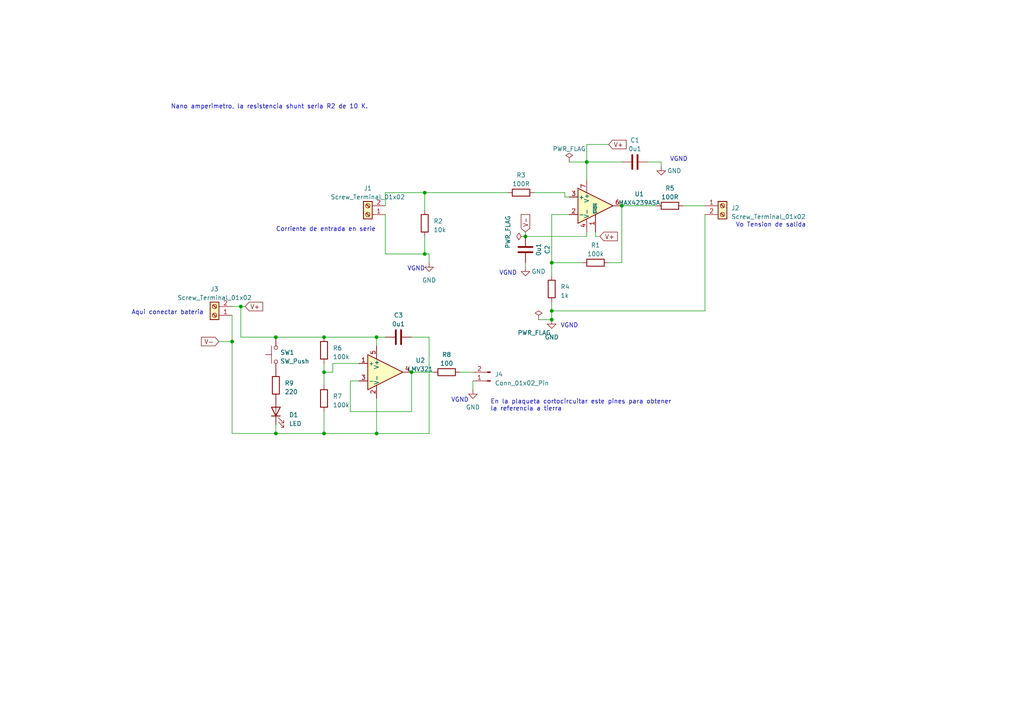
<source format=kicad_sch>
(kicad_sch (version 20230121) (generator eeschema)
  (paper "A4")
  (lib_symbols
    (symbol "Amplifier_Operational:LMV321" (pin_names (offset 0.127))
      (property "Reference" "U" (at 0 5.08 0))
      (property "Value" "LMV321" (at 0 -5.08 0))
      (symbol "LMV321_0_1"
        (polyline (pts (xy -5.08 5.08) (xy 5.08 0) (xy -5.08 -5.08) (xy -5.08 5.08)) (stroke (width 0.254)) (fill (type background)))
        (pin power_in line (at -2.54 -7.62 90) (length 3.81) (name "V-") (number "2"))
        (pin power_in line (at -2.54 7.62 270) (length 3.81) (name "V+") (number "5"))
      )
      (symbol "LMV321_1_1"
        (pin input line (at -7.62 2.54 0) (length 2.54) (name "+") (number "1"))
        (pin input line (at -7.62 -2.54 0) (length 2.54) (name "-") (number "3"))
        (pin output line (at 7.62 0 180) (length 2.54) (name "~") (number "4"))
      )
    )
    (symbol "Amplifier_Operational:MAX4239ASA" (pin_names (offset 0.127))
      (property "Reference" "U" (at 0 6.35 0))
      (property "Value" "MAX4239ASA" (at 0 3.81 0))
      (symbol "MAX4239ASA_0_1"
        (polyline (pts (xy -5.08 5.08) (xy 5.08 0) (xy -5.08 -5.08) (xy -5.08 5.08)) (stroke (width 0.254)) (fill (type background)))
      )
      (symbol "MAX4239ASA_1_1"
        (pin input line (at 0 -7.62 90) (length 5.08) (name "~{SHDN}") (number "1"))
        (pin input line (at -7.62 -2.54 0) (length 2.54) (name "-") (number "2"))
        (pin input line (at -7.62 2.54 0) (length 2.54) (name "+") (number "3"))
        (pin power_in line (at -2.54 -7.62 90) (length 3.81) (name "V-") (number "4"))
        (pin no_connect line (at 0 -2.54 90) (length 2.54) hide (name "NC") (number "5"))
        (pin output line (at 7.62 0 180) (length 2.54) (name "~") (number "6"))
        (pin power_in line (at -2.54 7.62 270) (length 3.81) (name "V+") (number "7"))
        (pin no_connect line (at 0 2.54 270) (length 2.54) hide (name "NC") (number "8"))
      )
    )
    (symbol "Connector:Conn_01x02_Pin" (pin_names (offset 1.016) hide)
      (property "Reference" "J" (at 0 2.54 0))
      (property "Value" "Conn_01x02_Pin" (at 0 -5.08 0))
      (symbol "Conn_01x02_Pin_1_1"
        (polyline (pts (xy 1.27 -2.54) (xy 0.8636 -2.54)) (stroke (width 0.1524)))
        (polyline (pts (xy 1.27 0) (xy 0.8636 0)) (stroke (width 0.1524)))
        (rectangle (start 0.8636 -2.413) (end 0 -2.667) (stroke (width 0.1524)) (fill (type outline)))
        (rectangle (start 0.8636 0.127) (end 0 -0.127) (stroke (width 0.1524)) (fill (type outline)))
        (pin passive line (at 5.08 0 180) (length 3.81) (name "Pin_1") (number "1"))
        (pin passive line (at 5.08 -2.54 180) (length 3.81) (name "Pin_2") (number "2"))
      )
    )
    (symbol "Connector:Screw_Terminal_01x02" (pin_names (offset 1.016) hide)
      (property "Reference" "J" (at 0 2.54 0))
      (property "Value" "Screw_Terminal_01x02" (at 0 -5.08 0))
      (symbol "Screw_Terminal_01x02_1_1"
        (rectangle (start -1.27 1.27) (end 1.27 -3.81) (stroke (width 0.254)) (fill (type background)))
        (circle (center 0 -2.54) (radius 0.635) (stroke (width 0.1524)))
        (polyline (pts (xy -0.5334 -2.2098) (xy 0.3302 -3.048)) (stroke (width 0.1524)))
        (polyline (pts (xy -0.5334 0.3302) (xy 0.3302 -0.508)) (stroke (width 0.1524)))
        (polyline (pts (xy -0.3556 -2.032) (xy 0.508 -2.8702)) (stroke (width 0.1524)))
        (polyline (pts (xy -0.3556 0.508) (xy 0.508 -0.3302)) (stroke (width 0.1524)))
        (circle (center 0 0) (radius 0.635) (stroke (width 0.1524)))
        (pin passive line (at -5.08 0 0) (length 3.81) (name "Pin_1") (number "1"))
        (pin passive line (at -5.08 -2.54 0) (length 3.81) (name "Pin_2") (number "2"))
      )
    )
    (symbol "Device:C" (pin_numbers hide) (pin_names (offset 0.254))
      (property "Reference" "C" (at 0.635 2.54 0))
      (property "Value" "C" (at 0.635 -2.54 0))
      (symbol "C_0_1"
        (polyline (pts (xy -2.032 -0.762) (xy 2.032 -0.762)) (stroke (width 0.508)))
        (polyline (pts (xy -2.032 0.762) (xy 2.032 0.762)) (stroke (width 0.508)))
      )
      (symbol "C_1_1"
        (pin passive line (at 0 3.81 270) (length 2.794) (name "~") (number "1"))
        (pin passive line (at 0 -3.81 90) (length 2.794) (name "~") (number "2"))
      )
    )
    (symbol "Device:LED" (pin_numbers hide) (pin_names (offset 1.016) hide)
      (property "Reference" "D" (at 0 2.54 0))
      (property "Value" "LED" (at 0 -2.54 0))
      (symbol "LED_0_1"
        (polyline (pts (xy -1.27 -1.27) (xy -1.27 1.27)) (stroke (width 0.254)))
        (polyline (pts (xy -1.27 0) (xy 1.27 0)))
        (polyline (pts (xy 1.27 -1.27) (xy 1.27 1.27) (xy -1.27 0) (xy 1.27 -1.27)) (stroke (width 0.254)))
        (polyline (pts (xy -3.048 -0.762) (xy -4.572 -2.286) (xy -3.81 -2.286) (xy -4.572 -2.286) (xy -4.572 -1.524)))
        (polyline (pts (xy -1.778 -0.762) (xy -3.302 -2.286) (xy -2.54 -2.286) (xy -3.302 -2.286) (xy -3.302 -1.524)))
      )
      (symbol "LED_1_1"
        (pin passive line (at -3.81 0 0) (length 2.54) (name "K") (number "1"))
        (pin passive line (at 3.81 0 180) (length 2.54) (name "A") (number "2"))
      )
    )
    (symbol "Device:R" (pin_numbers hide) (pin_names (offset 0))
      (property "Reference" "R" (at 2.032 0 90))
      (property "Value" "R" (at 0 0 90))
      (symbol "R_0_1"
        (rectangle (start -1.016 -2.54) (end 1.016 2.54) (stroke (width 0.254)))
      )
      (symbol "R_1_1"
        (pin passive line (at 0 3.81 270) (length 1.27) (name "~") (number "1"))
        (pin passive line (at 0 -3.81 90) (length 1.27) (name "~") (number "2"))
      )
    )
    (symbol "Switch:SW_Push" (pin_numbers hide) (pin_names (offset 1.016) hide)
      (property "Reference" "SW" (at 1.27 2.54 0))
      (property "Value" "SW_Push" (at 0 -1.524 0))
      (symbol "SW_Push_0_1"
        (circle (center -2.032 0) (radius 0.508))
        (polyline (pts (xy 0 1.27) (xy 0 3.048)))
        (polyline (pts (xy 2.54 1.27) (xy -2.54 1.27)))
        (circle (center 2.032 0) (radius 0.508))
        (pin passive line (at -5.08 0 0) (length 2.54) (name "1") (number "1"))
        (pin passive line (at 5.08 0 180) (length 2.54) (name "2") (number "2"))
      )
    )
    (symbol "power:GND" (power) (pin_names (offset 0))
      (property "Value" "GND" (at 0 -3.81 0))
      (symbol "GND_0_1"
        (polyline (pts (xy 0 0) (xy 0 -1.27) (xy 1.27 -1.27) (xy 0 -2.54) (xy -1.27 -1.27) (xy 0 -1.27)))
      )
      (symbol "GND_1_1"
        (pin power_in line (at 0 0 270) (length 0) hide (name "GND") (number "1"))
      )
    )
    (symbol "power:PWR_FLAG" (power) (pin_numbers hide) (pin_names (offset 0) hide)
      (property "Value" "PWR_FLAG" (at 0 3.81 0))
      (symbol "PWR_FLAG_0_0"
        (pin power_out line (at 0 0 90) (length 0) (name "pwr") (number "1"))
      )
      (symbol "PWR_FLAG_0_1"
        (polyline (pts (xy 0 0) (xy 0 1.27) (xy -1.016 1.905) (xy 0 2.54) (xy 1.016 1.905) (xy 0 1.27)))
      )
    )
  )
  (junction (at 152.4 68.58))
  (junction (at 109.22 97.79))
  (junction (at 180.34 59.69))
  (junction (at 93.98 125.73))
  (junction (at 123.19 73.66))
  (junction (at 80.01 125.73))
  (junction (at 69.85 88.9))
  (junction (at 67.31 99.06))
  (junction (at 93.98 107.95))
  (junction (at 119.38 107.95))
  (junction (at 109.22 125.73))
  (junction (at 160.02 92.71))
  (junction (at 160.02 76.2))
  (junction (at 93.98 97.79))
  (junction (at 123.19 55.88))
  (junction (at 80.01 97.79))
  (junction (at 160.02 90.17))
  (junction (at 170.18 46.99))
  (wire (pts (xy 156.21 92.71) (xy 160.02 92.71)))
  (wire (pts (xy 119.38 107.95) (xy 125.73 107.95)))
  (wire (pts (xy 163.83 55.88) (xy 163.83 57.15)))
  (wire (pts (xy 160.02 87.63) (xy 160.02 90.17)))
  (wire (pts (xy 160.02 90.17) (xy 204.47 90.17)))
  (wire (pts (xy 204.47 62.23) (xy 204.47 90.17)))
  (wire (pts (xy 170.18 41.91) (xy 170.18 46.99)))
  (wire (pts (xy 172.72 68.58) (xy 173.99 68.58)))
  (wire (pts (xy 67.31 125.73) (xy 80.01 125.73)))
  (wire (pts (xy 111.76 59.69) (xy 111.76 55.88)))
  (wire (pts (xy 93.98 105.41) (xy 93.98 107.95)))
  (wire (pts (xy 67.31 88.9) (xy 69.85 88.9)))
  (wire (pts (xy 123.19 55.88) (xy 147.32 55.88)))
  (wire (pts (xy 93.98 97.79) (xy 109.22 97.79)))
  (wire (pts (xy 124.46 73.66) (xy 124.46 76.2)))
  (wire (pts (xy 93.98 125.73) (xy 109.22 125.73)))
  (wire (pts (xy 109.22 97.79) (xy 111.76 97.79)))
  (wire (pts (xy 111.76 73.66) (xy 123.19 73.66)))
  (wire (pts (xy 69.85 97.79) (xy 80.01 97.79)))
  (wire (pts (xy 67.31 99.06) (xy 67.31 125.73)))
  (wire (pts (xy 160.02 76.2) (xy 168.91 76.2)))
  (wire (pts (xy 119.38 107.95) (xy 119.38 119.38)))
  (wire (pts (xy 67.31 91.44) (xy 67.31 99.06)))
  (wire (pts (xy 180.34 59.69) (xy 190.5 59.69)))
  (wire (pts (xy 109.22 125.73) (xy 109.22 115.57)))
  (wire (pts (xy 109.22 125.73) (xy 124.46 125.73)))
  (wire (pts (xy 80.01 125.73) (xy 93.98 125.73)))
  (wire (pts (xy 96.52 107.95) (xy 96.52 105.41)))
  (wire (pts (xy 80.01 123.19) (xy 80.01 125.73)))
  (wire (pts (xy 152.4 67.31) (xy 152.4 68.58)))
  (wire (pts (xy 176.53 76.2) (xy 180.34 76.2)))
  (wire (pts (xy 191.77 46.99) (xy 191.77 48.26)))
  (wire (pts (xy 111.76 55.88) (xy 123.19 55.88)))
  (wire (pts (xy 123.19 73.66) (xy 124.46 73.66)))
  (wire (pts (xy 111.76 62.23) (xy 111.76 73.66)))
  (wire (pts (xy 160.02 62.23) (xy 165.1 62.23)))
  (wire (pts (xy 123.19 68.58) (xy 123.19 73.66)))
  (wire (pts (xy 123.19 60.96) (xy 123.19 55.88)))
  (wire (pts (xy 137.16 110.49) (xy 137.16 113.03)))
  (wire (pts (xy 160.02 90.17) (xy 160.02 92.71)))
  (wire (pts (xy 93.98 107.95) (xy 96.52 107.95)))
  (wire (pts (xy 160.02 76.2) (xy 160.02 62.23)))
  (wire (pts (xy 96.52 105.41) (xy 104.14 105.41)))
  (wire (pts (xy 176.53 41.91) (xy 170.18 41.91)))
  (wire (pts (xy 170.18 46.99) (xy 180.34 46.99)))
  (wire (pts (xy 63.5 99.06) (xy 67.31 99.06)))
  (wire (pts (xy 109.22 97.79) (xy 109.22 100.33)))
  (wire (pts (xy 198.12 59.69) (xy 204.47 59.69)))
  (wire (pts (xy 124.46 97.79) (xy 124.46 125.73)))
  (wire (pts (xy 133.35 107.95) (xy 137.16 107.95)))
  (wire (pts (xy 172.72 67.31) (xy 172.72 68.58)))
  (wire (pts (xy 180.34 59.69) (xy 180.34 76.2)))
  (wire (pts (xy 152.4 68.58) (xy 170.18 68.58)))
  (wire (pts (xy 69.85 88.9) (xy 69.85 97.79)))
  (wire (pts (xy 165.1 46.99) (xy 170.18 46.99)))
  (wire (pts (xy 93.98 119.38) (xy 93.98 125.73)))
  (wire (pts (xy 119.38 97.79) (xy 124.46 97.79)))
  (wire (pts (xy 93.98 107.95) (xy 93.98 111.76)))
  (wire (pts (xy 80.01 97.79) (xy 93.98 97.79)))
  (wire (pts (xy 170.18 67.31) (xy 170.18 68.58)))
  (wire (pts (xy 154.94 55.88) (xy 163.83 55.88)))
  (wire (pts (xy 69.85 88.9) (xy 71.12 88.9)))
  (wire (pts (xy 101.6 110.49) (xy 104.14 110.49)))
  (wire (pts (xy 187.96 46.99) (xy 191.77 46.99)))
  (wire (pts (xy 160.02 76.2) (xy 160.02 80.01)))
  (wire (pts (xy 119.38 119.38) (xy 101.6 119.38)))
  (wire (pts (xy 163.83 57.15) (xy 165.1 57.15)))
  (wire (pts (xy 101.6 119.38) (xy 101.6 110.49)))
  (wire (pts (xy 170.18 46.99) (xy 170.18 52.07)))
  (wire (pts (xy 152.4 76.2) (xy 152.4 77.47)))
  (text "VGND" (at 162.56 95.25 0) (effects (font (size 1.27 1.27)) (justify left bottom)))
  (text "VGND" (at 130.81 116.84 0) (effects (font (size 1.27 1.27)) (justify left bottom)))
  (text "Nano amperimetro, la resistencia shunt seria R2 de 10 K.\n" (at 49.53 31.75 0) (effects (font (size 1.27 1.27)) (justify left bottom)))
  (text "VGND" (at 144.78 80.01 0) (effects (font (size 1.27 1.27)) (justify left bottom)))
  (text "VGND" (at 194.31 46.99 0) (effects (font (size 1.27 1.27)) (justify left bottom)))
  (text "Vo Tension de salida \n" (at 213.36 66.04 0) (effects (font (size 1.27 1.27)) (justify left bottom)))
  (text "Corriente de entrada en serie\n" (at 80.01 67.31 0) (effects (font (size 1.27 1.27)) (justify left bottom)))
  (text "Aqui conectar bateria \n" (at 38.1 91.44 0) (effects (font (size 1.27 1.27)) (justify left bottom)))
  (text "VGND" (at 118.11 78.74 0) (effects (font (size 1.27 1.27)) (justify left bottom)))
  (text "En la plaqueta cortocircuitar este pines para obtener \nla referencia a tierra \n" (at 142.24 119.38 0) (effects (font (size 1.27 1.27)) (justify left bottom)))
  (global_label "V-" (shape input) (at 152.4 67.31 90) (property "Intersheetrefs" "${INTERSHEET_REFS}" (effects hide)))
  (global_label "V+" (shape input) (at 71.12 88.9 0) (property "Intersheetrefs" "${INTERSHEET_REFS}" (effects hide)))
  (global_label "V+" (shape input) (at 176.53 41.91 0) (property "Intersheetrefs" "${INTERSHEET_REFS}" (effects hide)))
  (global_label "V-" (shape input) (at 63.5 99.06 180) (property "Intersheetrefs" "${INTERSHEET_REFS}" (effects hide)))
  (global_label "V+" (shape input) (at 173.99 68.58 0) (property "Intersheetrefs" "${INTERSHEET_REFS}" (effects hide)))
  (symbol (lib_id "Device:R") (at 123.19 64.77 0) (unit 1)
    (property "Reference" "R2" (at 125.73 64.135 0) (effects (justify left)))
    (property "Value" "10k" (at 125.73 66.675 0) (effects (justify left)))
    (property "Footprint" "Resistor_THT:R_Axial_DIN0204_L3.6mm_D1.6mm_P7.62mm_Horizontal" (effects hide))
  )
  (symbol (lib_id "Amplifier_Operational:LMV321") (at 111.76 107.95 0) (unit 1)
    (property "Reference" "U2" (at 121.92 104.5211 0))
    (property "Value" "LMV321" (at 121.92 107.0611 0))
    (property "Footprint" "Package_DIP:DIP-8_W7.62mm_Socket" (effects hide))
    (property "Datasheet" "http://www.ti.com/lit/ds/symlink/lmv324.pdf" (effects hide))
  )
  (symbol (lib_id "Device:R") (at 93.98 101.6 0) (unit 1)
    (property "Reference" "R6" (at 96.52 100.965 0) (effects (justify left)))
    (property "Value" "100k" (at 96.52 103.505 0) (effects (justify left)))
    (property "Footprint" "Resistor_THT:R_Axial_DIN0204_L3.6mm_D1.6mm_P2.54mm_Vertical" (effects hide))
  )
  (symbol (lib_id "Device:R") (at 80.01 111.76 0) (unit 1)
    (property "Reference" "R9" (at 82.55 111.125 0) (effects (justify left)))
    (property "Value" "220" (at 82.55 113.665 0) (effects (justify left)))
    (property "Footprint" "Resistor_THT:R_Axial_DIN0204_L3.6mm_D1.6mm_P2.54mm_Vertical" (effects hide))
  )
  (symbol (lib_id "Device:C") (at 115.57 97.79 90) (unit 1)
    (property "Reference" "C3" (at 115.57 91.44 90))
    (property "Value" "0u1" (at 115.57 93.98 90))
    (property "Footprint" "Capacitor_THT:C_Disc_D5.0mm_W2.5mm_P2.50mm" (effects hide))
  )
  (symbol (lib_id "Device:R") (at 160.02 83.82 0) (unit 1)
    (property "Reference" "R4" (at 162.56 83.185 0) (effects (justify left)))
    (property "Value" "1k" (at 162.56 85.725 0) (effects (justify left)))
    (property "Footprint" "Resistor_THT:R_Axial_DIN0204_L3.6mm_D1.6mm_P7.62mm_Horizontal" (effects hide))
  )
  (symbol (lib_id "Device:R") (at 93.98 115.57 0) (unit 1)
    (property "Reference" "R7" (at 96.52 114.935 0) (effects (justify left)))
    (property "Value" "100k" (at 96.52 117.475 0) (effects (justify left)))
    (property "Footprint" "Resistor_THT:R_Axial_DIN0204_L3.6mm_D1.6mm_P2.54mm_Vertical" (effects hide))
  )
  (symbol (lib_id "Amplifier_Operational:MAX4239ASA") (at 172.72 59.69 0) (unit 1)
    (property "Reference" "U1" (at 185.42 56.2611 0))
    (property "Value" "MAX4239ASA" (at 185.42 58.8011 0))
    (property "Footprint" "Package_DIP:DIP-8_W7.62mm_Socket" (effects hide))
    (property "Datasheet" "http://datasheets.maximintegrated.com/en/ds/MAX4238-MAX4239.pdf" (effects hide))
  )
  (symbol (lib_id "Connector:Screw_Terminal_01x02") (at 106.68 62.23 180) (unit 1)
    (property "Reference" "J1" (at 106.68 54.61 0))
    (property "Value" "Screw_Terminal_01x02" (at 106.68 57.15 0))
    (property "Footprint" "TerminalBlock_Philmore:TerminalBlock_Philmore_TB132_1x02_P5.00mm_Horizontal" (effects hide))
  )
  (symbol (lib_id "Device:R") (at 129.54 107.95 90) (unit 1)
    (property "Reference" "R8" (at 129.54 102.87 90))
    (property "Value" "100" (at 129.54 105.41 90))
    (property "Footprint" "Resistor_THT:R_Axial_DIN0204_L3.6mm_D1.6mm_P2.54mm_Vertical" (effects hide))
  )
  (symbol (lib_id "Connector:Conn_01x02_Pin") (at 142.24 110.49 180) (unit 1)
    (property "Reference" "J4" (at 143.51 108.585 0) (effects (justify right)))
    (property "Value" "Conn_01x02_Pin" (at 143.51 111.125 0) (effects (justify right)))
    (property "Footprint" "Connector_Wire:SolderWire-0.1sqmm_1x02_P3.6mm_D0.4mm_OD1mm" (effects hide))
  )
  (symbol (lib_id "Device:R") (at 172.72 76.2 270) (unit 1)
    (property "Reference" "R1" (at 172.72 71.12 90))
    (property "Value" "100k" (at 172.72 73.66 90))
    (property "Footprint" "Resistor_THT:R_Axial_DIN0204_L3.6mm_D1.6mm_P7.62mm_Horizontal" (effects hide))
  )
  (symbol (lib_id "power:GND") (at 191.77 48.26 0) (unit 1)
    (property "Reference" "#PWR04" (effects hide))
    (property "Value" "GND" (at 195.58 49.53 0))
  )
  (symbol (lib_id "Device:C") (at 152.4 72.39 0) (unit 1)
    (property "Reference" "C2" (at 158.75 72.39 90))
    (property "Value" "0u1" (at 156.21 72.39 90))
    (property "Footprint" "Capacitor_THT:C_Disc_D5.0mm_W2.5mm_P2.50mm" (effects hide))
  )
  (symbol (lib_id "power:GND") (at 137.16 113.03 0) (unit 1)
    (property "Reference" "#PWR03" (effects hide))
    (property "Value" "GND" (at 137.16 118.11 0))
  )
  (symbol (lib_id "power:PWR_FLAG") (at 152.4 68.58 90) (unit 1)
    (property "Reference" "#FLG02" (effects hide))
    (property "Value" "PWR_FLAG" (at 147.32 67.31 0))
  )
  (symbol (lib_id "Switch:SW_Push") (at 80.01 102.87 90) (unit 1)
    (property "Reference" "SW1" (at 81.28 102.235 90) (effects (justify right)))
    (property "Value" "SW_Push" (at 81.28 104.775 90) (effects (justify right)))
    (property "Footprint" "Button_Switch_THT:SW_PUSH_6mm_H9.5mm" (effects hide))
  )
  (symbol (lib_id "Connector:Screw_Terminal_01x02") (at 209.55 59.69 0) (unit 1)
    (property "Reference" "J2" (at 212.09 60.325 0) (effects (justify left)))
    (property "Value" "Screw_Terminal_01x02" (at 212.09 62.865 0) (effects (justify left)))
    (property "Footprint" "TerminalBlock_Philmore:TerminalBlock_Philmore_TB132_1x02_P5.00mm_Horizontal" (effects hide))
  )
  (symbol (lib_id "power:PWR_FLAG") (at 156.21 92.71 0) (unit 1)
    (property "Reference" "#FLG03" (effects hide))
    (property "Value" "PWR_FLAG" (at 154.94 96.52 0))
  )
  (symbol (lib_id "Connector:Screw_Terminal_01x02") (at 62.23 91.44 180) (unit 1)
    (property "Reference" "J3" (at 62.23 83.82 0))
    (property "Value" "Screw_Terminal_01x02" (at 62.23 86.36 0))
    (property "Footprint" "TerminalBlock_Philmore:TerminalBlock_Philmore_TB132_1x02_P5.00mm_Horizontal" (effects hide))
  )
  (symbol (lib_id "Device:R") (at 194.31 59.69 90) (unit 1)
    (property "Reference" "R5" (at 194.31 54.61 90))
    (property "Value" "100R" (at 194.31 57.15 90))
    (property "Footprint" "Resistor_THT:R_Axial_DIN0204_L3.6mm_D1.6mm_P2.54mm_Vertical" (effects hide))
  )
  (symbol (lib_id "power:GND") (at 124.46 76.2 0) (unit 1)
    (property "Reference" "#PWR01" (effects hide))
    (property "Value" "GND" (at 124.46 81.28 0))
  )
  (symbol (lib_id "Device:R") (at 151.13 55.88 90) (unit 1)
    (property "Reference" "R3" (at 151.13 50.8 90))
    (property "Value" "100R" (at 151.13 53.34 90))
    (property "Footprint" "Resistor_THT:R_Axial_DIN0204_L3.6mm_D1.6mm_P2.54mm_Vertical" (effects hide))
  )
  (symbol (lib_id "power:GND") (at 160.02 92.71 0) (unit 1)
    (property "Reference" "#PWR02" (effects hide))
    (property "Value" "GND" (at 160.02 97.79 0))
  )
  (symbol (lib_id "power:PWR_FLAG") (at 165.1 46.99 0) (unit 1)
    (property "Reference" "#FLG01" (effects hide))
    (property "Value" "PWR_FLAG" (at 165.1 43.18 0))
  )
  (symbol (lib_id "Device:LED") (at 80.01 119.38 90) (unit 1)
    (property "Reference" "D1" (at 83.82 120.3325 90) (effects (justify right)))
    (property "Value" "LED" (at 83.82 122.8725 90) (effects (justify right)))
    (property "Footprint" "LED_THT:LED_D3.0mm_Clear" (effects hide))
  )
  (symbol (lib_id "power:GND") (at 152.4 77.47 0) (unit 1)
    (property "Reference" "#PWR05" (effects hide))
    (property "Value" "GND" (at 156.21 78.74 0))
  )
  (symbol (lib_id "Device:C") (at 184.15 46.99 90) (unit 1)
    (property "Reference" "C1" (at 184.15 40.64 90))
    (property "Value" "0u1" (at 184.15 43.18 90))
    (property "Footprint" "Capacitor_THT:C_Disc_D5.0mm_W2.5mm_P2.50mm" (effects hide))
  )
)
</source>
